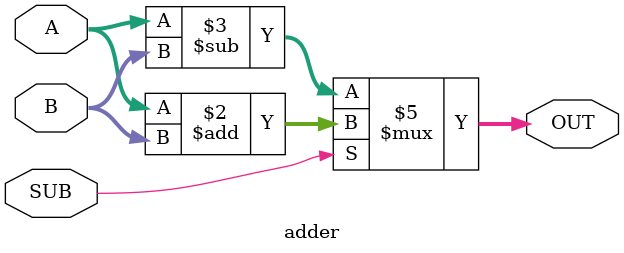
<source format=v>
module adder (
    input SUB,
    input [7:0] A,
    input [7:0] B,
    output reg [7:0] OUT,
);
    always begin
        if (SUB) 
            OUT <= A + B;
        else
            OUT <= A - B;       
    end

endmodule
</source>
